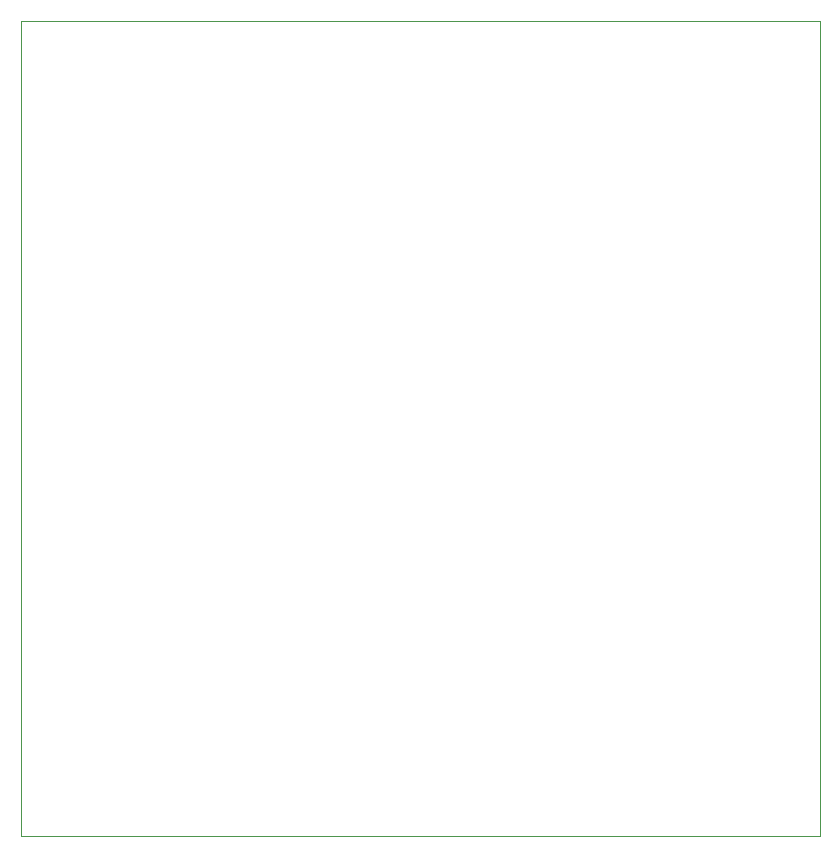
<source format=gm1>
%TF.GenerationSoftware,KiCad,Pcbnew,9.0.0*%
%TF.CreationDate,2026-01-23T14:52:09+07:00*%
%TF.ProjectId,Connector_Extension_Board_V1.0,436f6e6e-6563-4746-9f72-5f457874656e,rev?*%
%TF.SameCoordinates,Original*%
%TF.FileFunction,Profile,NP*%
%FSLAX46Y46*%
G04 Gerber Fmt 4.6, Leading zero omitted, Abs format (unit mm)*
G04 Created by KiCad (PCBNEW 9.0.0) date 2026-01-23 14:52:09*
%MOMM*%
%LPD*%
G01*
G04 APERTURE LIST*
%TA.AperFunction,Profile*%
%ADD10C,0.100000*%
%TD*%
G04 APERTURE END LIST*
D10*
X98349000Y-49000000D02*
X166000000Y-49000000D01*
X166000000Y-118000000D01*
X98349000Y-118000000D01*
X98349000Y-49000000D01*
M02*

</source>
